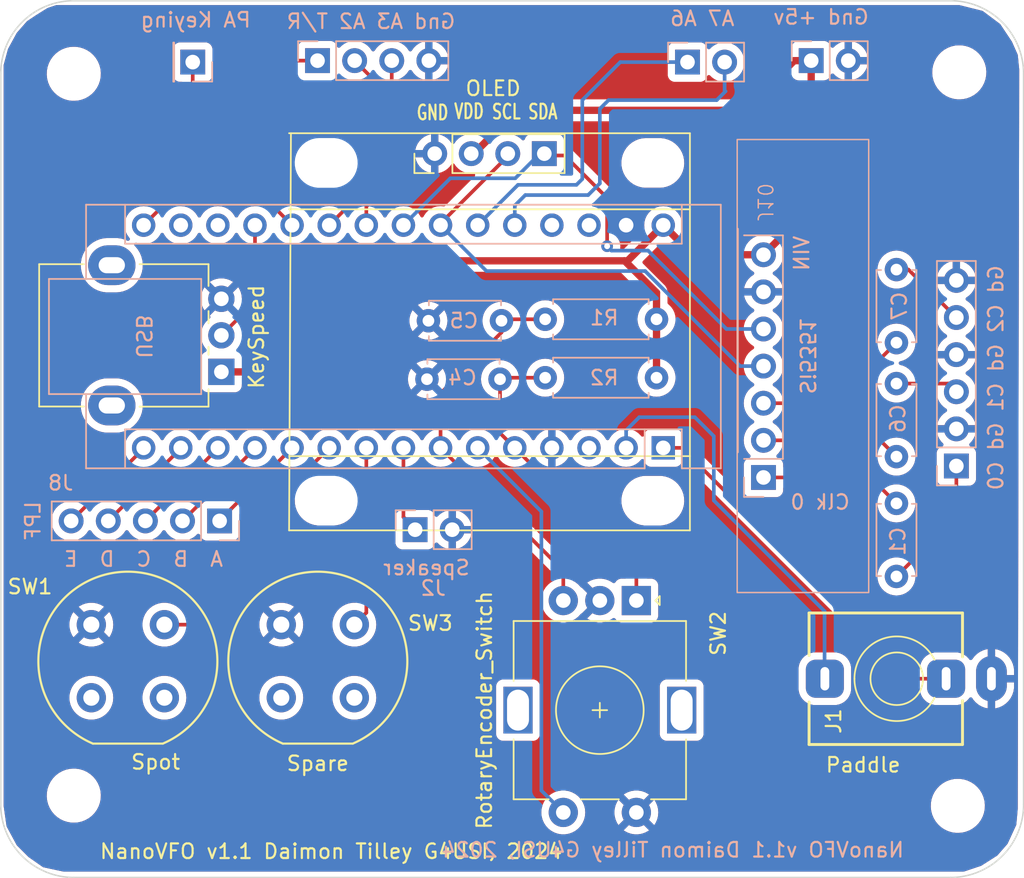
<source format=kicad_pcb>
(kicad_pcb (version 20221018) (generator pcbnew)
  (layers (0 "F.Cu" signal) (31 "B.Cu" signal) (34 "B.Paste" user) (35 "F.Paste" user) (36 "B.SilkS" user "B.Silkscreen") (37 "F.SilkS" user "F.Silkscreen") (38 "B.Mask" user) (39 "F.Mask" user) (44 "Edge.Cuts" user))
  (net 0 "")
  (net 1 "Net-(A1-D1{slash}TX)")
  (net 2 "Net-(A1-D0{slash}RX)")
  (net 4 "GND")
  (net 5 "Net-(A1-D2)")
  (net 6 "Net-(A1-D3)")
  (net 7 "Net-(A1-D4)")
  (net 8 "/Spkr")
  (net 9 "/Spot")
  (net 10 "/Band A")
  (net 11 "/Band B")
  (net 12 "/Band C")
  (net 13 "/Band D")
  (net 14 "/Band E")
  (net 15 "/PA")
  (net 18 "/Key Speed")
  (net 19 "/TXRX Relay")
  (net 20 "Net-(A1-A2)")
  (net 21 "Net-(A1-A3)")
  (net 22 "/SDA")
  (net 23 "/SCL")
  (net 24 "Net-(A1-A6)")
  (net 25 "Net-(A1-A7)")
  (net 28 "VCC")
  (net 29 "Net-(J5-Pin_1)")
  (net 30 "/Clk0")
  (net 31 "/Clk1")
  (net 32 "/Clk2")
  (net 33 "Net-(A1-D6)")
  (net 34 "Net-(J5-Pin_3)")
  (net 35 "Net-(J5-Pin_5)")
  (footprint "Rotary_Encoder:RotaryEncoder_Alps_EC11E-Switch_Vertical_H20mm" (layer "F.Cu") (at 64.5 69.75 -90)
    (fp_text reference "SW2" (at 2.25 -5.6 90) (layer "F.SilkS"))
    (fp_text value "RotaryEncoder_Switch" (at 7.5 10.4 90) (layer "F.SilkS"))
    (fp_line (start -0.3 -1.6) (end 0.3 -1.6) (stroke (width 0.12)) (layer "F.SilkS"))
    (fp_line (start 0 -1.3) (end -0.3 -1.6) (stroke (width 0.12)) (layer "F.SilkS"))
    (fp_line (start 0.3 -1.6) (end 0 -1.3) (stroke (width 0.12)) (layer "F.SilkS"))
    (fp_line (start 1.4 -3.4) (end 1.4 8.4) (stroke (width 0.12)) (layer "F.SilkS"))
    (fp_line (start 5.5 -3.4) (end 1.4 -3.4) (stroke (width 0.12)) (layer "F.SilkS"))
    (fp_line (start 5.5 8.4) (end 1.4 8.4) (stroke (width 0.12)) (layer "F.SilkS"))
    (fp_line (start 7 2.5) (end 8 2.5) (stroke (width 0.12)) (layer "F.SilkS"))
    (fp_line (start 7.5 2) (end 7.5 3) (stroke (width 0.12)) (layer "F.SilkS"))
    (fp_line (start 9.5 -3.4) (end 13.6 -3.4) (stroke (width 0.12)) (layer "F.SilkS"))
    (fp_line (start 13.6 -3.4) (end 13.6 -1) (stroke (width 0.12)) (layer "F.SilkS"))
    (fp_line (start 13.6 1.2) (end 13.6 3.8) (stroke (width 0.12)) (layer "F.SilkS"))
    (fp_line (start 13.6 6) (end 13.6 8.4) (stroke (width 0.12)) (layer "F.SilkS"))
    (fp_line (start 13.6 8.4) (end 9.5 8.4) (stroke (width 0.12)) (layer "F.SilkS"))
    (fp_circle (center 7.5 2.5) (end 10.5 2.5) (stroke (width 0.12)) (fill none) (layer "F.SilkS"))
    (pad "A" thru_hole rect (at 0 0 270) (size 2 2) (drill 1) (layers "*.Cu" "*.Mask") (net 5 "Net-(A1-D2)"))
    (pad "B" thru_hole circle (at 0 5 270) (size 2 2) (drill 1) (layers "*.Cu" "*.Mask") (net 7 "Net-(A1-D4)"))
    (pad "C" thru_hole circle (at 0 2.5 270) (size 2 2) (drill 1) (layers "*.Cu" "*.Mask") (net 4 "GND"))
    (pad "MP" thru_hole rect (at 7.5 -3.1 270) (size 3.2 2) (drill oval 2.8 1.5) (layers "*.Cu" "*.Mask"))
    (pad "MP" thru_hole rect (at 7.5 8.1 270) (size 3.2 2) (drill oval 2.8 1.5) (layers "*.Cu" "*.Mask"))
    (pad "S1" thru_hole circle (at 14.5 5 270) (size 2 2) (drill 1) (layers "*.Cu" "*.Mask") (net 6 "Net-(A1-D3)"))
    (pad "S2" thru_hole circle (at 14.5 0 270) (size 2 2) (drill 1) (layers "*.Cu" "*.Mask") (net 4 "GND"))
  )
  (footprint "MountingHole:MountingHole_3.2mm_M3" (layer "F.Cu") (at 26 33.7)
    (fp_text reference "REF**" hide)
    (fp_text value "MountingHole_3.2mm_M3" hide)
    (pad "" np_thru_hole circle (at 0 0) (size 3.2 3.2) (drill 3.2) (layers "*.Cu" "*.Mask"))
  )
  (footprint "MountingHole:MountingHole_3.2mm_M3" (layer "F.Cu") (at 86.6 33.6)
    (fp_text reference "REF**" hide)
    (fp_text value "MountingHole_3.2mm_M3" hide)
    (pad "" np_thru_hole circle (at 0 0) (size 3.2 3.2) (drill 3.2) (layers "*.Cu" "*.Mask"))
  )
  (footprint "MountingHole:MountingHole_3.2mm_M3" (layer "F.Cu") (at 86.5 83.8)
    (fp_text reference "REF**" hide)
    (fp_text value "MountingHole_3.2mm_M3" hide)
    (pad "" np_thru_hole circle (at 0 0) (size 3.2 3.2) (drill 3.2) (layers "*.Cu" "*.Mask"))
  )
  (footprint "Button_Switch_THT:Push_E-Switch_KS01Q01" (layer "F.Cu") (at 27.2 71.4)
    (fp_text reference "SW1" (at -4.2 -2.6) (layer "F.SilkS"))
    (fp_text value "Spot" (at 4.4 9.4) (layer "F.SilkS"))
    (fp_line (start 4.89 8.14) (end 0.11 8.14) (stroke (width 0.15)) (layer "F.SilkS"))
    (fp_arc (start 0.11 8.14) (mid 2.496283 -3.625495) (end 4.896843 8.137095) (stroke (width 0.15)) (layer "F.SilkS"))
    (pad "1" thru_hole circle (at 0 0) (size 2 2) (drill 1.1) (layers "*.Cu" "*.Mask") (net 4 "GND"))
    (pad "2" thru_hole circle (at 5 0) (size 2 2) (drill 1.1) (layers "*.Cu" "*.Mask") (net 9 "/Spot"))
    (pad "3" thru_hole circle (at 0 5) (size 2 2) (drill 1.1) (layers "*.Cu" "*.Mask"))
    (pad "4" thru_hole circle (at 5 5) (size 2 2) (drill 1.1) (layers "*.Cu" "*.Mask"))
  )
  (footprint "AudioJacks:Jack_3.5mm_QingPu_WQP-PJ366ST_Vertical" (layer "F.Cu") (at 82.32 75.1 90)
    (fp_text reference "J1" (at -2.9 -4.32 90) (layer "F.SilkS"))
    (fp_text value "Paddle" (at -5.9 -2.3 180) (layer "F.SilkS"))
    (fp_line (start -4.5 -6) (end -1.6 -6) (stroke (width 0.2)) (layer "F.SilkS"))
    (fp_line (start -4.5 4.5) (end -4.5 -6) (stroke (width 0.2)) (layer "F.SilkS"))
    (fp_line (start -4.5 4.5) (end -1.5 4.5) (stroke (width 0.2)) (layer "F.SilkS"))
    (fp_line (start 1.5 4.5) (end 4.5 4.5) (stroke (width 0.2)) (layer "F.SilkS"))
    (fp_line (start 1.6 -6) (end 4.5 -6) (stroke (width 0.2)) (layer "F.SilkS"))
    (fp_line (start 4.5 4.5) (end 4.5 -6) (stroke (width 0.2)) (layer "F.SilkS"))
    (fp_arc (start -1.296263 2.588577) (mid -2.817353 -0.665994) (end 0 -2.895) (stroke (width 0.12)) (layer "F.SilkS"))
    (fp_arc (start 0 -2.895) (mid 2.817353 -0.665994) (end 1.296263 2.588577) (stroke (width 0.12)) (layer "F.SilkS"))
    (fp_circle (center 0 0) (end -1.8 0) (stroke (width 0.12)) (fill none) (layer "F.SilkS"))
    (pad "R" thru_hole roundrect (at 0 3.38 90) (size 2.6 2.6) (drill oval 1.6 0.6) (layers "*.Cu" "*.Mask") (net 1 "Net-(A1-D1{slash}TX)"))
    (pad "S" thru_hole oval (at 0 6.48 90) (size 3.1 2.1) (drill oval 1.6 0.6) (layers "*.Cu" "*.Mask") (net 4 "GND"))
    (pad "T" thru_hole roundrect (at 0 -4.92 90) (size 2.6 2.6) (drill oval 1.6 0.6) (layers "*.Cu" "*.Mask") (net 2 "Net-(A1-D0{slash}RX)"))
  )
  (footprint "Potentiometer_THT:Potentiometer_Alpha_RD901F-40-00D_Single_Vertical" (layer "F.Cu") (at 36.1 54.1 180)
    (fp_text reference "RV1" hide)
    (fp_text value "KeySpeed" (at -2.4 2.4 90) (layer "F.SilkS"))
    (fp_line (start 0.88 -2.38) (end 5.6 -2.38) (stroke (width 0.12)) (layer "F.SilkS"))
    (fp_line (start 0.88 -1.19) (end 0.88 -2.37) (stroke (width 0.12)) (layer "F.SilkS"))
    (fp_line (start 0.88 1.71) (end 0.88 1.18) (stroke (width 0.12)) (layer "F.SilkS"))
    (fp_line (start 0.88 4.16) (end 0.88 3.33) (stroke (width 0.12)) (layer "F.SilkS"))
    (fp_line (start 0.88 7.37) (end 0.88 5.88) (stroke (width 0.12)) (layer "F.SilkS"))
    (fp_line (start 0.88 7.37) (end 5.6 7.37) (stroke (width 0.12)) (layer "F.SilkS"))
    (fp_line (start 9.41 -2.37) (end 12.47 -2.37) (stroke (width 0.12)) (layer "F.SilkS"))
    (fp_line (start 9.41 7.37) (end 12.47 7.37) (stroke (width 0.12)) (layer "F.SilkS"))
    (fp_line (start 12.47 7.37) (end 12.47 -2.37) (stroke (width 0.12)) (layer "F.SilkS"))
    (pad "" thru_hole oval (at 7.5 -2.3 270) (size 2.72 3.24) (drill oval 1.1 1.8) (layers "*.Cu" "*.Mask"))
    (pad "" thru_hole oval (at 7.5 7.3 270) (size 2.72 3.24) (drill oval 1.1 1.8) (layers "*.Cu" "*.Mask"))
    (pad "1" thru_hole rect (at 0 0 270) (size 1.8 1.8) (drill 1) (layers "*.Cu" "*.Mask") (net 28 "VCC"))
    (pad "2" thru_hole circle (at 0 2.5 270) (size 1.8 1.8) (drill 1) (layers "*.Cu" "*.Mask") (net 18 "/Key Speed"))
    (pad "3" thru_hole circle (at 0 5 270) (size 1.8 1.8) (drill 1) (layers "*.Cu" "*.Mask") (net 4 "GND"))
  )
  (footprint "TG9541:Display_128x64_096_I2C" (layer "F.Cu") (at 54.45 39.165)
    (fp_text reference "J3" hide)
    (fp_text value "OLED" (at 0.25 -4.465) (layer "F.SilkS"))
    (fp_text user "SCL" (at 1.15 -2.865) (layer "F.SilkS") (effects (font (size 1 0.7))))
    (fp_text user "SDA" (at 3.65 -2.865) (layer "F.SilkS") (effects (font (size 1 0.7))))
    (fp_text user "VDD" (at -1.4 -2.892) (layer "F.SilkS") (effects (font (size 1 0.7))))
    (fp_text user "GND" (at -3.9 -2.807) (layer "F.SilkS") (effects (font (size 1 0.7))))
    (fp_line (start -13.716 -1.397) (end 13.716 -1.397) (stroke (width 0.12)) (layer "F.SilkS"))
    (fp_line (start -13.716 3.81) (end 13.716 3.81) (stroke (width 0.12)) (layer "F.SilkS"))
    (fp_line (start -13.716 20.701) (end 13.716 20.701) (stroke (width 0.12)) (layer "F.SilkS"))
    (fp_line (start -13.716 25.781) (end -13.589 -1.397) (stroke (width 0.12)) (layer "F.SilkS"))
    (fp_line (start -5.14 1.33) (end -5.14 0) (stroke (width 0.12)) (layer "F.SilkS"))
    (fp_line (start -3.81 1.33) (end -5.14 1.33) (stroke (width 0.12)) (layer "F.SilkS"))
    (fp_line (start -2.54 -1.33) (end 5.14 -1.33) (stroke (width 0.12)) (layer "F.SilkS"))
    (fp_line (start -2.54 1.33) (end -2.54 -1.33) (stroke (width 0.12)) (layer "F.SilkS"))
    (fp_line (start -2.54 1.33) (end 5.14 1.33) (stroke (width 0.12)) (layer "F.SilkS"))
    (fp_line (start 5.14 1.33) (end 5.14 -1.33) (stroke (width 0.12)) (layer "F.SilkS"))
    (fp_line (start 13.716 25.781) (end -13.716 25.781) (stroke (width 0.12)) (layer "F.SilkS"))
    (fp_line (start 13.716 25.781) (end 13.716 -1.397) (stroke (width 0.12)) (layer "F.SilkS"))
    (pad "" np_thru_hole oval (at -11.176 0.635) (size 3.8 2.9) (drill oval 3.8 2.9) (layers "*.Cu" "*.Mask"))
    (pad "" np_thru_hole oval (at -11.176 23.749) (size 3.8 2.9) (drill oval 3.8 2.9) (layers "*.Cu" "*.Mask"))
    (pad "" np_thru_hole oval (at 11.176 0.635) (size 3.8 2.9) (drill oval 3.8 2.9) (layers "*.Cu" "*.Mask"))
    (pad "" np_thru_hole oval (at 11.176 23.749) (size 3.8 2.9) (drill oval 3.8 2.9) (layers "*.Cu" "*.Mask"))
    (pad "1" thru_hole rect (at 3.75 0 90) (size 1.7 1.7) (drill 1) (layers "*.Cu" "*.Mask") (net 22 "/SDA"))
    (pad "2" thru_hole oval (at 1.25 0 90) (size 1.7 1.7) (drill 1) (layers "*.Cu" "*.Mask") (net 23 "/SCL"))
    (pad "3" thru_hole oval (at -1.25 0 90) (size 1.7 1.7) (drill 1) (layers "*.Cu" "*.Mask") (net 28 "VCC"))
    (pad "4" thru_hole oval (at -3.75 0 90) (size 1.7 1.7) (drill 1) (layers "*.Cu" "*.Mask") (net 4 "GND"))
  )
  (footprint "MountingHole:MountingHole_3.2mm_M3" (layer "F.Cu") (at 26 83.1)
    (fp_text reference "REF**" hide)
    (fp_text value "MountingHole_3.2mm_M3" hide)
    (pad "" np_thru_hole circle (at 0 0) (size 3.2 3.2) (drill 3.2) (layers "*.Cu" "*.Mask"))
  )
  (footprint "Button_Switch_THT:Push_E-Switch_KS01Q01" (layer "F.Cu") (at 40.2 71.4)
    (fp_text reference "SW3" (at 10.2 -0.1) (layer "F.SilkS"))
    (fp_text value "Spare" (at 2.5 9.5) (layer "F.SilkS"))
    (fp_line (start 4.89 8.14) (end 0.11 8.14) (stroke (width 0.15)) (layer "F.SilkS"))
    (fp_arc (start 0.11 8.14) (mid 2.496283 -3.625495) (end 4.896843 8.137095) (stroke (width 0.15)) (layer "F.SilkS"))
    (pad "1" thru_hole circle (at 0 0) (size 2 2) (drill 1.1) (layers "*.Cu" "*.Mask") (net 4 "GND"))
    (pad "2" thru_hole circle (at 5 0) (size 2 2) (drill 1.1) (layers "*.Cu" "*.Mask") (net 33 "Net-(A1-D6)"))
    (pad "3" thru_hole circle (at 0 5) (size 2 2) (drill 1.1) (layers "*.Cu" "*.Mask"))
    (pad "4" thru_hole circle (at 5 5) (size 2 2) (drill 1.1) (layers "*.Cu" "*.Mask"))
  )
  (footprint "Connector_PinHeader_2.54mm:PinHeader_1x02_P2.54mm_Vertical" (layer "B.Cu") (at 49.36 64.9 -90)
    (fp_text reference "J2" (at 4 -1.24 -180) (layer "B.SilkS") (effects (justify mirror)))
    (fp_text value "Speaker" (at 2.6 -0.775 180) (layer "B.SilkS") (effects (justify mirror)))
    (fp_line (start -1.33 -3.87) (end 1.33 -3.87) (stroke (width 0.12)) (layer "B.SilkS"))
    (fp_line (start -1.33 -1.27) (end -1.33 -3.87) (stroke (width 0.12)) (layer "B.SilkS"))
    (fp_line (start -1.33 -1.27) (end 1.33 -1.27) (stroke (width 0.12)) (layer "B.SilkS"))
    (fp_line (start -1.33 0) (end -1.33 1.33) (stroke (width 0.12)) (layer "B.SilkS"))
    (fp_line (start -1.33 1.33) (end 0 1.33) (stroke (width 0.12)) (layer "B.SilkS"))
    (fp_line (start 1.33 -1.27) (end 1.33 -3.87) (stroke (width 0.12)) (layer "B.SilkS"))
    (pad "1" thru_hole rect (at 0 0 270) (size 1.7 1.7) (drill 1) (layers "*.Cu" "*.Mask") (net 8 "/Spkr"))
    (pad "2" thru_hole oval (at 0 -2.54 270) (size 1.7 1.7) (drill 1) (layers "*.Cu" "*.Mask") (net 4 "GND"))
  )
  (footprint "Capacitor_THT:C_Disc_D4.7mm_W2.5mm_P5.00mm" (layer "B.Cu") (at 82.3 52.1 90)
    (fp_text reference "C7" (at 2.5 0.2 90) (layer "B.SilkS") (effects (justify mirror)))
    (fp_text value "0.1uF" hide)
    (fp_line (start 0.03 -1.37) (end 4.97 -1.37) (stroke (width 0.12)) (layer "B.SilkS"))
    (fp_line (start 0.03 -1.055) (end 0.03 -1.37) (stroke (width 0.12)) (layer "B.SilkS"))
    (fp_line (start 0.03 1.37) (end 0.03 1.055) (stroke (width 0.12)) (layer "B.SilkS"))
    (fp_line (start 0.03 1.37) (end 4.97 1.37) (stroke (width 0.12)) (layer "B.SilkS"))
    (fp_line (start 4.97 -1.055) (end 4.97 -1.37) (stroke (width 0.12)) (layer "B.SilkS"))
    (fp_line (start 4.97 1.37) (end 4.97 1.055) (stroke (width 0.12)) (layer "B.SilkS"))
    (pad "1" thru_hole circle (at 0 0 90) (size 1.6 1.6) (drill 0.8) (layers "*.Cu" "*.Mask") (net 32 "/Clk2"))
    (pad "2" thru_hole circle (at 5 0 90) (size 1.6 1.6) (drill 0.8) (layers "*.Cu" "*.Mask") (net 35 "Net-(J5-Pin_5)"))
  )
  (footprint "Connector_PinHeader_2.54mm:PinHeader_1x02_P2.54mm_Vertical" (layer "B.Cu") (at 76.465 32.8 -90)
    (fp_text reference "J12" hide)
    (fp_text value "Pwr" hide)
    (fp_line (start -1.33 -3.87) (end 1.33 -3.87) (stroke (width 0.12)) (layer "B.SilkS"))
    (fp_line (start -1.33 -1.27) (end -1.33 -3.87) (stroke (width 0.12)) (layer "B.SilkS"))
    (fp_line (start -1.33 -1.27) (end 1.33 -1.27) (stroke (width 0.12)) (layer "B.SilkS"))
    (fp_line (start -1.33 0) (end -1.33 1.33) (stroke (width 0.12)) (layer "B.SilkS"))
    (fp_line (start -1.33 1.33) (end 0 1.33) (stroke (width 0.12)) (layer "B.SilkS"))
    (fp_line (start 1.33 -1.27) (end 1.33 -3.87) (stroke (width 0.12)) (layer "B.SilkS"))
    (pad "1" thru_hole rect (at 0 0 270) (size 1.7 1.7) (drill 1) (layers "*.Cu" "*.Mask") (net 28 "VCC"))
    (pad "2" thru_hole oval (at 0 -2.54 270) (size 1.7 1.7) (drill 1) (layers "*.Cu" "*.Mask") (net 4 "GND"))
  )
  (footprint "Capacitor_THT:C_Disc_D4.7mm_W2.5mm_P5.00mm" (layer "B.Cu") (at 82.3 59.9 90)
    (fp_text reference "C6" (at 2.6 0.1 90) (layer "B.SilkS") (effects (justify mirror)))
    (fp_text value "0.1uF" hide)
    (fp_line (start 0.03 -1.37) (end 4.97 -1.37) (stroke (width 0.12)) (layer "B.SilkS"))
    (fp_line (start 0.03 -1.055) (end 0.03 -1.37) (stroke (width 0.12)) (layer "B.SilkS"))
    (fp_line (start 0.03 1.37) (end 0.03 1.055) (stroke (width 0.12)) (layer "B.SilkS"))
    (fp_line (start 0.03 1.37) (end 4.97 1.37) (stroke (width 0.12)) (layer "B.SilkS"))
    (fp_line (start 4.97 -1.055) (end 4.97 -1.37) (stroke (width 0.12)) (layer "B.SilkS"))
    (fp_line (start 4.97 1.37) (end 4.97 1.055) (stroke (width 0.12)) (layer "B.SilkS"))
    (pad "1" thru_hole circle (at 0 0 90) (size 1.6 1.6) (drill 0.8) (layers "*.Cu" "*.Mask") (net 31 "/Clk1"))
    (pad "2" thru_hole circle (at 5 0 90) (size 1.6 1.6) (drill 0.8) (layers "*.Cu" "*.Mask") (net 34 "Net-(J5-Pin_3)"))
  )
  (footprint "Connector_PinHeader_2.54mm:PinHeader_1x04_P2.54mm_Vertical" (layer "B.Cu") (at 42.68 32.8 -90)
    (fp_text reference "J6" hide)
    (fp_text value "TXRX & A2/3" hide)
    (fp_line (start -1.33 -8.95) (end 1.33 -8.95) (stroke (width 0.12)) (layer "B.SilkS"))
    (fp_line (start -1.33 -1.27) (end -1.33 -8.95) (stroke (width 0.12)) (layer "B.SilkS"))
    (fp_line (start -1.33 -1.27) (end 1.33 -1.27) (stroke (width 0.12)) (layer "B.SilkS"))
    (fp_line (start -1.33 0) (end -1.33 1.33) (stroke (width 0.12)) (layer "B.SilkS"))
    (fp_line (start -1.33 1.33) (end 0 1.33) (stroke (width 0.12)) (layer "B.SilkS"))
    (fp_line (start 1.33 -1.27) (end 1.33 -8.95) (stroke (width 0.12)) (layer "B.SilkS"))
    (pad "1" thru_hole rect (at 0 0 270) (size 1.7 1.7) (drill 1) (layers "*.Cu" "*.Mask") (net 19 "/TXRX Relay"))
    (pad "2" thru_hole oval (at 0 -2.54 270) (size 1.7 1.7) (drill 1) (layers "*.Cu" "*.Mask") (net 20 "Net-(A1-A2)"))
    (pad "3" thru_hole oval (at 0 -5.08 270) (size 1.7 1.7) (drill 1) (layers "*.Cu" "*.Mask") (net 21 "Net-(A1-A3)"))
    (pad "4" thru_hole oval (at 0 -7.62 270) (size 1.7 1.7) (drill 1) (layers "*.Cu" "*.Mask") (net 4 "GND"))
  )
  (footprint "Connector_PinHeader_2.54mm:PinHeader_1x05_P2.54mm_Vertical" (layer "B.Cu") (at 35.98 64.3 90)
    (fp_text reference "J8" (at 2.6 -10.88 180) (layer "B.SilkS") (effects (justify mirror)))
    (fp_text value "LPF" (at 0 -12.775 90) (layer "B.SilkS") (effects (justify mirror)))
    (fp_line (start -1.33 -11.49) (end 1.33 -11.49) (stroke (width 0.12)) (layer "B.SilkS"))
    (fp_line (start -1.33 -1.27) (end -1.33 -11.49) (stroke (width 0.12)) (layer "B.SilkS"))
    (fp_line (start -1.33 -1.27) (end 1.33 -1.27) (stroke (width 0.12)) (layer "B.SilkS"))
    (fp_line (start -1.33 0) (end -1.33 1.33) (stroke (width 0.12)) (layer "B.SilkS"))
    (fp_line (start -1.33 1.33) (end 0 1.33) (stroke (width 0.12)) (layer "B.SilkS"))
    (fp_line (start 1.33 -1.27) (end 1.33 -11.49) (stroke (width 0.12)) (layer "B.SilkS"))
    (pad "1" thru_hole rect (at 0 0 90) (size 1.7 1.7) (drill 1) (layers "*.Cu" "*.Mask") (net 10 "/Band A"))
    (pad "2" thru_hole oval (at 0 -2.54 90) (size 1.7 1.7) (drill 1) (layers "*.Cu" "*.Mask") (net 11 "/Band B"))
    (pad "3" thru_hole oval (at 0 -5.08 90) (size 1.7 1.7) (drill 1) (layers "*.Cu" "*.Mask") (net 12 "/Band C"))
    (pad "4" thru_hole oval (at 0 -7.62 90) (size 1.7 1.7) (drill 1) (layers "*.Cu" "*.Mask") (net 13 "/Band D"))
    (pad "5" thru_hole oval (at 0 -10.16 90) (size 1.7 1.7) (drill 1) (layers "*.Cu" "*.Mask") (net 14 "/Band E"))
  )
  (footprint "Connector_PinHeader_2.54mm:PinHeader_1x01_P2.54mm_Vertical" (layer "B.Cu") (at 34.14 32.9 90)
    (fp_text reference "J4" hide)
    (fp_text value "PA Keying" hide)
    (fp_line (start -1.33 -1.33) (end 1.33 -1.33) (stroke (width 0.12)) (layer "B.SilkS"))
    (fp_line (start -1.33 -1.27) (end -1.33 -1.33) (stroke (width 0.12)) (layer "B.SilkS"))
    (fp_line (start -1.33 -1.27) (end 1.33 -1.27) (stroke (width 0.12)) (layer "B.SilkS"))
    (fp_line (start -1.33 0) (end -1.33 1.33) (stroke (width 0.12)) (layer "B.SilkS"))
    (fp_line (start -1.33 1.33) (end 0 1.33) (stroke (width 0.12)) (layer "B.SilkS"))
    (fp_line (start 1.33 -1.27) (end 1.33 -1.33) (stroke (width 0.12)) (layer "B.SilkS"))
    (pad "1" thru_hole rect (at 0 0 90) (size 1.7 1.7) (drill 1) (layers "*.Cu" "*.Mask") (net 15 "/PA"))
  )
  (footprint "Module:Arduino_Nano" (layer "B.Cu") (at 66.34 59.3 90)
    (fp_text reference "A1" hide)
    (fp_text value "Arduino_Nano_v3.x")
    (fp_text user "USB" (at 7.62 -35.56 270 unlocked) (layer "B.SilkS") (effects (justify mirror)))
    (fp_line (start -1.4 -39.5) (end 3.68 -39.5) (stroke (width 0.12)) (layer "B.SilkS"))
    (fp_line (start -1.4 -1.27) (end -1.4 -39.5) (stroke (width 0.12)) (layer "B.SilkS"))
    (fp_line (start -1.4 3.94) (end -1.4 1.27) (stroke (width 0.12)) (layer "B.SilkS"))
    (fp_line (start 1.27 -36.83) (end -1.4 -36.83) (stroke (width 0.12)) (layer "B.SilkS"))
    (fp_line (start 1.27 -1.27) (end -1.4 -1.27) (stroke (width 0.12)) (layer "B.SilkS"))
    (fp_line (start 1.27 -1.27) (end 1.27 -36.83) (stroke (width 0.12)) (layer "B.SilkS"))
    (fp_line (start 1.27 -1.27) (end 1.27 1.27) (stroke (width 0.12)) (layer "B.SilkS"))
    (fp_line (start 1.27 1.27) (end -1.4 1.27) (stroke (width 0.12)) (layer "B.SilkS"))
    (fp_line (start 3.68 -42.04) (end 3.68 -31.62) (stroke (width 0.12)) (layer "B.SilkS"))
    (fp_line (start 3.68 -31.62) (end 11.56 -31.62) (stroke (width 0.12)) (layer "B.SilkS"))
    (fp_line (start 11.56 -42.04) (end 3.68 -42.04) (stroke (width 0.12)) (layer "B.SilkS"))
    (fp_line (start 11.56 -31.62) (end 11.56 -42.04) (stroke (width 0.12)) (layer "B.SilkS"))
    (fp_line (start 13.97 -36.83) (end 16.64 -36.83) (stroke (width 0.12)) (layer "B.SilkS"))
    (fp_line (start 13.97 1.27) (end 13.97 -36.83) (stroke (width 0.12)) (layer "B.SilkS"))
    (fp_line (start 13.97 1.27) (end 16.64 1.27) (stroke (width 0.12)) (layer "B.SilkS"))
    (fp_line (start 16.64 -39.5) (end 11.56 -39.5) (stroke (width 0.12)) (layer "B.SilkS"))
    (fp_line (start 16.64 -39.5) (end 16.64 3.94) (stroke (width 0.12)) (layer "B.SilkS"))
    (fp_line (start 16.64 3.94) (end -1.4 3.94) (stroke (width 0.12)) (layer "B.SilkS"))
    (pad "1" thru_hole rect (at 0 0 90) (size 1.6 1.6) (drill 1) (layers "*.Cu" "*.Mask") (net 1 "Net-(A1-D1{slash}TX)"))
    (pad "2" thru_hole oval (at 0 -2.54 90) (size 1.6 1.6) (drill 1) (layers "*.Cu" "*.Mask") (net 2 "Net-(A1-D0{slash}RX)"))
    (pad "3" thru_hole oval (at 0 -5.08 90) (size 1.6 1.6) (drill 1) (layers "*.Cu" "*.Mask"))
    (pad "4" thru_hole oval (at 0 -7.62 90) (size 1.6 1.6) (drill 1) (layers "*.Cu" "*.Mask") (net 4 "GND"))
    (pad "5" thru_hole oval (at 0 -10.16 90) (size 1.6 1.6) (drill 1) (layers "*.Cu" "*.Mask") (net 5 "Net-(A1-D2)"))
    (pad "6" thru_hole oval (at 0 -12.7 90) (size 1.6 1.6) (drill 1) (layers "*.Cu" "*.Mask") (net 6 "Net-(A1-D3)"))
    (pad "7" thru_hole oval (at 0 -15.24 90) (size 1.6 1.6) (drill 1) (layers "*.Cu" "*.Mask") (net 7 "Net-(A1-D4)"))
    (pad "8" thru_hole oval (at 0 -17.78 90) (size 1.6 1.6) (drill 1) (layers "*.Cu" "*.Mask") (net 8 "/Spkr"))
    (pad "9" thru_hole oval (at 0 -20.32 90) (size 1.6 1.6) (drill 1) (layers "*.Cu" "*.Mask") (net 33 "Net-(A1-D6)"))
    (pad "10" thru_hole oval (at 0 -22.86 90) (size 1.6 1.6) (drill 1) (layers "*.Cu" "*.Mask") (net 9 "/Spot"))
    (pad "11" thru_hole oval (at 0 -25.4 90) (size 1.6 1.6) (drill 1) (layers "*.Cu" "*.Mask") (net 10 "/Band A"))
    (pad "12" thru_hole oval (at 0 -27.94 90) (size 1.6 1.6) (drill 1) (layers "*.Cu" "*.Mask") (net 11 "/Band B"))
    (pad "13" thru_hole oval (at 0 -30.48 90) (size 1.6 1.6) (drill 1) (layers "*.Cu" "*.Mask") (net 12 "/Band C"))
    (pad "14" thru_hole oval (at 0 -33.02 90) (size 1.6 1.6) (drill 1) (layers "*.Cu" "*.Mask") (net 13 "/Band D"))
    (pad "15" thru_hole oval (at 0 -35.56 90) (size 1.6 1.6) (drill 1) (layers "*.Cu" "*.Mask") (net 14 "/Band E"))
    (pad "16" thru_hole oval (at 15.24 -35.56 90) (size 1.6 1.6) (drill 1) (layers "*.Cu" "*.Mask") (net 15 "/PA"))
    (pad "17" thru_hole oval (at 15.24 -33.02 90) (size 1.6 1.6) (drill 1) (layers "*.Cu" "*.Mask"))
    (pad "18" thru_hole oval (at 15.24 -30.48 90) (size 1.6 1.6) (drill 1) (layers "*.Cu" "*.Mask"))
    (pad "19" thru_hole oval (at 15.24 -27.94 90) (size 1.6 1.6) (drill 1) (layers "*.Cu" "*.Mask") (net 18 "/Key Speed"))
    (pad "20" thru_hole oval (at 15.24 -25.4 90) (size 1.6 1.6) (drill 1) (layers "*.Cu" "*.Mask") (net 19 "/TXRX Relay"))
    (pad "21" thru_hole oval (at 15.24 -22.86 90) (size 1.6 1.6) (drill 1) (layers "*.Cu" "*.Mask") (net 20 "Net-(A1-A2)"))
    (pad "22" thru_hole oval (at 15.24 -20.32 90) (size 1.6 1.6) (drill 1) (layers "*.Cu" "*.Mask") (net 21 "Net-(A1-A3)"))
    (pad "23" thru_hole oval (at 15.24 -17.78 90) (size 1.6 1.6) (drill 1) (layers "*.Cu" "*.Mask") (net 22 "/SDA"))
    (pad "24" thru_hole oval (at 15.24 -15.24 90) (size 1.6 1.6) (drill 1) (layers "*.Cu" "*.Mask") (net 23 "/SCL"))
    (pad "25" thru_hole oval (at 15.24 -12.7 90) (size 1.6 1.6) (drill 1) (layers "*.Cu" "*.Mask") (net 24 "Net-(A1-A6)"))
    (pad "26" thru_hole oval (at 15.24 -10.16 90) (size 1.6 1.6) (drill 1) (layers "*.Cu" "*.Mask") (net 25 "Net-(A1-A7)"))
    (pad "27" thru_hole oval (at 15.24 -7.62 90) (size 1.6 1.6) (drill 1) (layers "*.Cu" "*.Mask"))
    (pad "28" thru_hole oval (at 15.24 -5.08 90) (size 1.6 1.6) (drill 1) (layers "*.Cu" "*.Mask"))
    (pad "29" thru_hole oval (at 15.24 -2.54 90) (size 1.6 1.6) (drill 1) (layers "*.Cu" "*.Mask") (net 4 "GND"))
    (pad "30" thru_hole oval (at 15.24 0 90) (size 1.6 1.6) (drill 1) (layers "*.Cu" "*.Mask") (net 28 "VCC"))
  )
  (footprint "Capacitor_THT:C_Disc_D4.7mm_W2.5mm_P5.00mm" (layer "B.Cu") (at 55.17 54.6 180)
    (fp_text reference "C4" (at 2.57 0.1) (layer "B.SilkS") (effects (justify mirror)))
    (fp_text value "0.68uF")
    (fp_line (start 0.03 -1.37) (end 4.97 -1.37) (stroke (width 0.12)) (layer "B.SilkS"))
    (fp_line (start 0.03 -1.055) (end 0.03 -1.37) (stroke (width 0.12)) (layer "B.SilkS"))
    (fp_line (start 0.03 1.37) (end 0.03 1.055) (stroke (width 0.12)) (layer "B.SilkS"))
    (fp_line (start 0.03 1.37) (end 4.97 1.37) (stroke (width 0.12)) (layer "B.SilkS"))
    (fp_line (start 4.97 -1.055) (end 4.97 -1.37) (stroke (width 0.12)) (layer "B.SilkS"))
    (fp_line (start 4.97 1.37) (end 4.97 1.055) (stroke (width 0.12)) (layer "B.SilkS"))
    (pad "1" thru_hole circle (at 0 0 180) (size 1.6 1.6) (drill 0.8) (layers "*.Cu" "*.Mask") (net 5 "Net-(A1-D2)"))
    (pad "2" thru_hole circle (at 5 0 180) (size 1.6 1.6) (drill 0.8) (layers "*.Cu" "*.Mask") (net 4 "GND"))
  )
  (footprint "Resistor_THT:R_Axial_DIN0207_L6.3mm_D2.5mm_P7.62mm_Horizontal" (layer "B.Cu") (at 65.88 50.5 180)
    (fp_text reference "R1" (at 3.58 0.1) (layer "B.SilkS") (effects (justify mirror)))
    (fp_text value "R")
    (fp_line (start 0.54 -1.37) (end 7.08 -1.37) (stroke (width 0.12)) (layer "B.SilkS"))
    (fp_line (start 0.54 -1.04) (end 0.54 -1.37) (stroke (width 0.12)) (layer "B.SilkS"))
    (fp_line (start 0.54 1.04) (end 0.54 1.37) (stroke (width 0.12)) (layer "B.SilkS"))
    (fp_line (start 0.54 1.37) (end 7.08 1.37) (stroke (width 0.12)) (layer "B.SilkS"))
    (fp_line (start 7.08 -1.37) (end 7.08 -1.04) (stroke (width 0.12)) (layer "B.SilkS"))
    (fp_line (start 7.08 1.37) (end 7.08 1.04) (stroke (width 0.12)) (layer "B.SilkS"))
    (pad "1" thru_hole circle (at 0 0 180) (size 1.6 1.6) (drill 0.8) (layers "*.Cu" "*.Mask") (net 28 "VCC"))
    (pad "2" thru_hole oval (at 7.62 0 180) (size 1.6 1.6) (drill 0.8) (layers "*.Cu" "*.Mask") (net 7 "Net-(A1-D4)"))
  )
  (footprint "Connector_PinHeader_2.54mm:PinHeader_1x02_P2.54mm_Vertical" (layer "B.Cu") (at 68 32.9 -90)
    (fp_text reference "J9" hide)
    (fp_text value "A6/7 Spare" hide)
    (fp_line (start -1.33 -3.87) (end 1.33 -3.87) (stroke (width 0.12)) (layer "B.SilkS"))
    (fp_line (start -1.33 -1.27) (end -1.33 -3.87) (stroke (width 0.12)) (layer "B.SilkS"))
    (fp_line (start -1.33 -1.27) (end 1.33 -1.27) (stroke (width 0.12)) (layer "B.SilkS"))
    (fp_line (start -1.33 0) (end -1.33 1.33) (stroke (width 0.12)) (layer "B.SilkS"))
    (fp_line (start -1.33 1.33) (end 0 1.33) (stroke (width 0.12)) (layer "B.SilkS"))
    (fp_line (start 1.33 -1.27) (end 1.33 -3.87) (stroke (width 0.12)) (layer "B.SilkS"))
    (pad "1" thru_hole rect (at 0 0 270) (size 1.7 1.7) (drill 1) (layers "*.Cu" "*.Mask") (net 24 "Net-(A1-A6)"))
    (pad "2" thru_hole oval (at 0 -2.54 270) (size 1.7 1.7) (drill 1) (layers "*.Cu" "*.Mask") (net 25 "Net-(A1-A7)"))
  )
  (footprint "Connector_PinHeader_2.54mm:PinHeader_1x06_P2.54mm_Vertical" (layer "B.Cu") (at 86.4 60.54)
    (fp_text reference "J5" hide)
    (fp_text value "Gd C2 Gd C1 Gd C0" (at 2.7 -6.04 90) (layer "B.SilkS") (effects (justify mirror)))
    (fp_line (start -1.33 -14.03) (end 1.33 -14.03) (stroke (width 0.12)) (layer "B.SilkS"))
    (fp_line (start -1.33 -1.27) (end -1.33 -14.03) (stroke (width 0.12)) (layer "B.SilkS"))
    (fp_line (start -1.33 -1.27) (end 1.33 -1.27) (stroke (width 0.12)) (layer "B.SilkS"))
    (fp_line (start -1.33 0) (end -1.33 1.33) (stroke (width 0.12)) (layer "B.SilkS"))
    (fp_line (start -1.33 1.33) (end 0 1.33) (stroke (width 0.12)) (layer "B.SilkS"))
    (fp_line (start 1.33 -1.27) (end 1.33 -14.03) (stroke (width 0.12)) (layer "B.SilkS"))
    (pad "1" thru_hole rect (at 0 0) (size 1.7 1.7) (drill 1) (layers "*.Cu" "*.Mask") (net 29 "Net-(J5-Pin_1)"))
    (pad "2" thru_hole oval (at 0 -2.54) (size 1.7 1.7) (drill 1) (layers "*.Cu" "*.Mask") (net 4 "GND"))
    (pad "3" thru_hole oval (at 0 -5.08) (size 1.7 1.7) (drill 1) (layers "*.Cu" "*.Mask") (net 34 "Net-(J5-Pin_3)"))
    (pad "4" thru_hole oval (at 0 -7.62) (size 1.7 1.7) (drill 1) (layers "*.Cu" "*.Mask") (net 4 "GND"))
    (pad "5" thru_hole oval (at 0 -10.16) (size 1.7 1.7) (drill 1) (layers "*.Cu" "*.Mask") (net 35 "Net-(J5-Pin_5)"))
    (pad "6" thru_hole oval (at 0 -12.7) (size 1.7 1.7) (drill 1) (layers "*.Cu" "*.Mask") (net 4 "GND"))
  )
  (footprint "Capacitor_THT:C_Disc_D4.7mm_W2.5mm_P5.00mm" (layer "B.Cu") (at 55.27 50.6 180)
    (fp_text reference "C5" (at 2.57 0) (layer "B.SilkS") (effects (justify mirror)))
    (fp_text value "0.68uF")
    (fp_line (start 0.03 -1.37) (end 4.97 -1.37) (stroke (width 0.12)) (layer "B.SilkS"))
    (fp_line (start 0.03 -1.055) (end 0.03 -1.37) (stroke (width 0.12)) (layer "B.SilkS"))
    (fp_line (start 0.03 1.37) (end 0.03 1.055) (stroke (width 0.12)) (layer "B.SilkS"))
    (fp_line (start 0.03 1.37) (end 4.97 1.37) (stroke (width 0.12)) (layer "B.SilkS"))
    (fp_line (start 4.97 -1.055) (end 4.97 -1.37) (stroke (width 0.12)) (layer "B.SilkS"))
    (fp_line (start 4.97 1.37) (end 4.97 1.055) (stroke (width 0.12)) (layer "B.SilkS"))
    (pad "1" thru_hole circle (at 0 0 180) (size 1.6 1.6) (drill 0.8) (layers "*.Cu" "*.Mask") (net 7 "Net-(A1-D4)"))
    (pad "2" thru_hole circle (at 5 0 180) (size 1.6 1.6) (drill 0.8) (layers "*.Cu" "*.Mask") (net 4 "GND"))
  )
  (footprint "Capacitor_THT:C_Disc_D4.7mm_W2.5mm_P5.00mm" (layer "B.Cu") (at 82.3 68.1 90)
    (fp_text reference "C1" (at 2.4 0.1 90) (layer "B.SilkS") (effects (justify mirror)))
    (fp_text value "0.1uF" hide)
    (fp_line (start 0.03 -1.37) (end 4.97 -1.37) (stroke (width 0.12)) (layer "B.SilkS"))
    (fp_line (start 0.03 -1.055) (end 0.03 -1.37) (stroke (width 0.12)) (layer "B.SilkS"))
    (fp_line (start 0.03 1.37) (end 0.03 1.055) (stroke (width 0.12)) (layer "B.SilkS"))
    (fp_line (start 0.03 1.37) (end 4.97 1.37) (stroke (width 0.12)) (layer "B.SilkS"))
    (fp_line (start 4.97 -1.055) (end 4.97 -1.37) (stroke (width 0.12)) (layer "B.SilkS"))
    (fp_line (start 4.97 1.37) (end 4.97 1.055) (stroke (width 0.12)) (layer "B.SilkS"))
    (pad "1" thru_hole circle (at 0 0 90) (size 1.6 1.6) (drill 0.8) (layers "*.Cu" "*.Mask") (net 29 "Net-(J5-Pin_1)"))
    (pad "2" thru_hole circle (at 5 0 90) (size 1.6 1.6) (drill 0.8) (layers "*.Cu" "*.Mask") (net 30 "/Clk0"))
  )
  (footprint "Resistor_THT:R_Axial_DIN0207_L6.3mm_D2.5mm_P7.62mm_Horizontal" (layer "B.Cu") (at 65.88 54.5 180)
    (fp_text reference "R2" (at 3.58 0) (layer "B.SilkS") (effects (justify mirror)))
    (fp_text value "R" hide)
    (fp_line (start 0.54 -1.37) (end 7.08 -1.37) (stroke (width 0.12)) (layer "B.SilkS"))
    (fp_line (start 0.54 -1.04) (end 0.54 -1.37) (stroke (width 0.12)) (layer "B.SilkS"))
    (fp_line (start 0.54 1.04) (end 0.54 1.37) (stroke (width 0.12)) (layer "B.SilkS"))
    (fp_line (start 0.54 1.37) (end 7.08 1.37) (stroke (width 0.12)) (layer "B.SilkS"))
    (fp_line (start 7.08 -1.37) (end 7.08 -1.04) (stroke (width 0.12)) (layer "B.SilkS"))
    (fp_line (start 7.08 1.37) (end 7.08 1.04) (stroke (width 0.12)) (layer "B.SilkS"))
    (pad "1" thru_hole circle (at 0 0 180) (size 1.6 1.6) (drill 0.8) (layers "*.Cu" "*.Mask") (net 28 "VCC"))
    (pad "2" thru_hole oval (at 7.62 0 180) (size 1.6 1.6) (drill 0.8) (layers "*.Cu" "*.Mask") (net 5 "Net-(A1-D2)"))
  )
  (footprint "Adafruit-Si5351A-Clock-Generator-Breakout-PCB-master:Si5351 Vertical" (layer "B.Cu") (at 72.9 44.7 90)
    (fp_text reference "J10" (at 2.2 0.4 270 unlocked) (layer "B.SilkS") (effects (font (thickness 0.1)) (justify mirror)))
    (fp_text value "Si5351" (at -8.3 3.3 270 unlocked) (layer "B.SilkS") (effects (justify mirror)))
    (fp_line (start -17.955 -1.03) (end -17.955 0.3) (stroke (width 0.12)) (layer "B.SilkS"))
    (fp_line (start -16.625 -1.03) (end -17.955 -1.03) (stroke (width 0.12)) (layer "B.SilkS"))
    (fp_line (start -15.355 -1.03) (end -15.355 1.63) (stroke (width 0.12)) (layer "B.SilkS"))
    (fp_line (start -15.355 1.63) (end -0.055 1.63) (stroke (width 0.12)) (layer "B.SilkS"))
    (fp_line (start -14.905 -1.45) (end 0.395 -1.45) (stroke (width 0.12)) (layer "B.SilkS"))
    (fp_line (start -0.055 -1.03) (end -0.055 1.63) (stroke (width 0.12)) (layer "B.SilkS"))
    (fp_rect (start -24.5 7.5) (end 6.5 -1.5) (stroke (width 0.1)) (fill none) (layer "B.SilkS"))
    (pad "1" thru_hole rect (at -16.625 0.3) (size 1.7 1.7) (drill 1) (layers "*.Cu" "*.Mask") (net 30 "/Clk0"))
    (pad "2" thru_hole oval (at -14.085 0.3) (size 1.7 1.7) (drill 1) (layers "*.Cu" "*.Mask") (net 31 "/Clk1"))
    (pad "3" thru_hole oval (at -11.545 0.3) (size 1.7 1.7) (drill 1) (layers "*.Cu" "*.Mask") (net 32 "/Clk2"))
    (pad "4" thru_hole oval (at -9.005 0.3) (size 1.7 1.7) (drill 1) (layers "*.Cu" "*.Mask") (net 23 "/SCL"))
    (pad "5" thru_hole oval (at -6.465 0.3) (size 1.7 1.7) (drill 1) (layers "*.Cu" "*.Mask") (net 22 "/SDA"))
    (pad "6" thru_hole oval (at -3.925 0.3) (size 1.7 1.7) (drill 1) (layers "*.Cu" "*.Mask") (net 4 "GND"))
    (pad "7" thru_hole oval (at -1.385 0.3) (size 1.7 1.7) (drill 1) (layers "*.Cu" "*.Mask") (net 28 "VCC"))
  )
  (gr_arc (start 86 28.7) (mid 89.535534 30.164466) (end 91 33.7) (stroke (width 0.1)) (layer "Edge.Cuts"))
  (gr_arc (start 91 83.7) (mid 89.535534 87.235534) (end 86 88.7) (stroke (width 0.1)) (layer "Edge.Cuts"))
  (gr_arc (start 26 88.7) (mid 22.464466 87.235534) (end 21 83.7) (stroke (width 0.1)) (layer "Edge.Cuts"))
  (gr_line (start 26 28.7) (end 86 28.7) (stroke (width 0.1)) (layer "Edge.Cuts"))
  (gr_line (start 91 33.7) (end 91 83.7) (stroke (width 0.1)) (layer "Edge.Cuts"))
  (gr_line (start 21 83.7) (end 21 33.7) (stroke (width 0.1)) (layer "Edge.Cuts"))
  (gr_arc (start 21 33.7) (mid 22.464466 30.164466) (end 26 28.7) (stroke (width 0.1)) (layer "Edge.Cuts"))
  (gr_line (start 86 88.7) (end 26 88.7) (stroke (width 0.1)) (layer "Edge.Cuts"))
  (gr_text "A7 A6" (at 71.3 30.5) (layer "B.SilkS") (effects (font (size 1 1)) (justify left bottom mirror)))
  (gr_text "PA Keying" (at 38.2 30.6) (layer "B.SilkS") (effects (font (size 1 1)) (justify left bottom mirror)))
  (gr_text "A  B  C  D  E" (at 36.3 67.5) (layer "B.SilkS") (effects (font (size 1 1)) (justify left bottom mirror)))
  (gr_text "Clk 0" (at 79.2 63.6) (layer "B.SilkS") (effects (font (size 1 1)) (justify left bottom mirror)))
  (gr_text "Gnd A3 A2 T/R" (at 52.2 30.7) (layer "B.SilkS") (effects (font (size 1 1)) (justify left bottom mirror)))
  (gr_text "Gnd +5v" (at 80.5 30.4) (layer "B.SilkS") (effects (font (size 1 1)) (justify left bottom mirror)))
  (gr_text "NanoVFO v1.1 Daimon Tilley G4USI, 2024" (at 82.9 87.4) (layer "B.SilkS") (effects (font (size 1 1)) (justify left bottom mirror)))
  (gr_text "VIN" (at 76.4 44.7 90) (layer "B.SilkS") (effects (font (size 1 1)) (justify left bottom mirror)))
  (gr_text "NanoVFO v1.1 Daimon Tilley G4USI, 2024" (at 27.7 87.5) (layer "F.SilkS") (effects (font (size 1 1)) (justify left bottom)))
  (segment (start 66.34 59.3) (end 67.6 59.3) (width 0.25) (layer "F.Cu") (net 1))
  (segment (start 83.4 75.1) (end 85.68 75.1) (width 0.25) (layer "F.Cu") (net 1))
  (segment (start 67.6 59.3) (end 83.4 75.1) (width 0.25) (layer "F.Cu") (net 1))
  (segment (start 64.7 57.2) (end 63.8 58.1) (width 0.25) (layer "B.Cu") (net 2))
  (segment (start 77.38 75.1) (end 77.38 70.48) (width 0.25) (layer "B.Cu") (net 2))
  (segment (start 68.5 57.2) (end 64.7 57.2) (width 0.25) (layer "B.Cu") (net 2))
  (segment (start 77.38 70.48) (end 69.8 62.9) (width 0.25) (layer "B.Cu") (net 2))
  (segment (start 63.8 58.1) (end 63.8 59.3) (width 0.25) (layer "B.Cu") (net 2))
  (segment (start 69.8 58.5) (end 68.5 57.2) (width 0.25) (layer "B.Cu") (net 2))
  (segment (start 69.8 62.9) (end 69.8 58.5) (width 0.25) (layer "B.Cu") (net 2))
  (segment (start 58.26 54.5) (end 55.27 54.5) (width 0.25) (layer "F.Cu") (net 5))
  (segment (start 55.17 54.6) (end 55.17 58.29) (width 0.25) (layer "F.Cu") (net 5))
  (segment (start 55.17 58.29) (end 56.18 59.3) (width 0.25) (layer "F.Cu") (net 5))
  (segment (start 64.5 69.75) (end 64.5 67.62) (width 0.25) (layer "F.Cu") (net 5))
  (segment (start 64.5 67.62) (end 56.18 59.3) (width 0.25) (layer "F.Cu") (net 5))
  (segment (start 55.27 54.5) (end 55.17 54.6) (width 0.25) (layer "F.Cu") (net 5))
  (segment (start 58 82.75) (end 59.5 84.25) (width 0.25) (layer "B.Cu") (net 6))
  (segment (start 58 63.66) (end 58 82.75) (width 0.25) (layer "B.Cu") (net 6))
  (segment (start 53.64 59.3) (end 58 63.66) (width 0.25) (layer "B.Cu") (net 6))
  (segment (start 58.26 50.5) (end 55.37 50.5) (width 0.25) (layer "F.Cu") (net 7))
  (segment (start 59.5 69.75) (end 59.5 67.7) (width 0.25) (layer "F.Cu") (net 7))
  (segment (start 55.27 50.6) (end 55.27 51.4) (width 0.25) (layer "F.Cu") (net 7))
  (segment (start 51.1 55.57) (end 51.1 59.3) (width 0.25) (layer "F.Cu") (net 7))
  (segment (start 59.5 67.7) (end 51.1 59.3) (width 0.25) (layer "F.Cu") (net 7))
  (segment (start 55.37 50.5) (end 55.27 50.6) (width 0.25) (layer "F.Cu") (net 7))
  (segment (start 55.27 51.4) (end 51.1 55.57) (width 0.25) (layer "F.Cu") (net 7))
  (segment (start 48.56 59.3) (end 48.56 64.035) (width 0.25) (layer "F.Cu") (net 8))
  (segment (start 48.56 64.035) (end 49.225 64.7) (width 0.25) (layer "F.Cu") (net 8))
  (segment (start 43.48 59.3) (end 38.7 64.08) (width 0.25) (layer "F.Cu") (net 9))
  (segment (start 38.7 66.8) (end 34.1 71.4) (width 0.25) (layer "F.Cu") (net 9))
  (segment (start 34.1 71.4) (end 32.2 71.4) (width 0.25) (layer "F.Cu") (net 9))
  (segment (start 38.7 64.08) (end 38.7 66.8) (width 0.25) (layer "F.Cu") (net 9))
  (segment (start 35.98 64.26) (end 40.94 59.3) (width 0.25) (layer "F.Cu") (net 10))
  (segment (start 35.98 64.3) (end 35.98 64.26) (width 0.25) (layer "F.Cu") (net 10))
  (segment (start 38.4 59.34) (end 38.4 59.3) (width 0.25) (layer "F.Cu") (net 11))
  (segment (start 33.44 64.3) (end 38.4 59.34) (width 0.25) (layer "F.Cu") (net 11))
  (segment (start 30.9 64.3) (end 35.86 59.34) (width 0.25) (layer "F.Cu") (net 12))
  (segment (start 35.86 59.34) (end 35.86 59.3) (width 0.25) (layer "F.Cu") (net 12))
  (segment (start 33.32 59.34) (end 33.32 59.3) (width 0.25) (layer "F.Cu") (net 13))
  (segment (start 28.36 64.3) (end 33.32 59.34) (width 0.25) (layer "F.Cu") (net 13))
  (segment (start 30.78 59.34) (end 30.78 59.3) (width 0.25) (layer "F.Cu") (net 14))
  (segment (start 25.82 64.3) (end 30.78 59.34) (width 0.25) (layer "F.Cu") (net 14))
  (segment (start 34.14 40.7) (end 30.78 44.06) (width 0.25) (layer "F.Cu") (net 15))
  (segment (start 34.14 32.9) (end 34.14 40.7) (width 0.25) (layer "F.Cu") (net 15))
  (segment (start 38.4 49.3) (end 38.4 44.06) (width 0.25) (layer "F.Cu") (net 18))
  (segment (start 36.1 51.6) (end 38.4 49.3) (width 0.25) (layer "F.Cu") (net 18))
  (segment (start 38 35.1) (end 40.3 32.8) (width 0.25) (layer "F.Cu") (net 19))
  (segment (start 40.3 32.8) (end 42.68 32.8) (width 0.25) (layer "F.Cu") (net 19))
  (segment (start 38 41.12) (end 38 35.1) (width 0.25) (layer "F.Cu") (net 19))
  (segment (start 40.94 44.06) (end 38 41.12) (width 0.25) (layer "F.Cu") (net 19))
  (segment (start 43.48 44.06) (end 46.8 40.74) (width 0.25) (layer "F.Cu") (net 20))
  (segment (start 46.8 34.38) (end 45.22 32.8) (width 0.25) (layer "F.Cu") (net 20))
  (segment (start 46.8 40.74) (end 46.8 34.38) (width 0.25) (layer "F.Cu") (net 20))
  (segment (start 46.02 42.78) (end 47.8 41) (width 0.25) (layer "F.Cu") (net 21))
  (segment (start 46.02 44.06) (end 46.02 42.78) (width 0.25) (layer "F.Cu") (net 21))
  (segment (start 47.76 40.96) (end 47.76 32.8) (width 0.25) (layer "F.Cu") (net 21))
  (segment (start 47.8 41) (end 47.76 40.96) (width 0.25) (layer "F.Cu") (net 21))
  (segment (start 62.5 45.5) (end 62.5 42.2) (width 0.25) (layer "F.Cu") (net 22))
  (segment (start 59.592 39.292) (end 58.25 39.292) (width 0.25) (layer "F.Cu") (net 22))
  (segment (start 62.5 42.2) (end 59.592 39.292) (width 0.25) (layer "F.Cu") (net 22))
  (via (at 62.5 45.5) (size 0.8) (drill 0.4) (layers "F.Cu" "B.Cu") (net 22))
  (segment (start 57.771604 39.292) (end 56.213604 40.85) (width 0.25) (layer "B.Cu") (net 22))
  (segment (start 70.665 51.165) (end 73.2 51.165) (width 0.25) (layer "B.Cu") (net 22))
  (segment (start 58.25 39.292) (end 57.771604 39.292) (width 0.25) (layer "B.Cu") (net 22))
  (segment (start 62.5 45.5) (end 62.8 45.8) (width 0.25) (layer "B.Cu") (net 22))
  (segment (start 65.3 45.8) (end 70.665 51.165) (width 0.25) (layer "B.Cu") (net 22))
  (segment (start 51.77 40.85) (end 48.56 44.06) (width 0.25) (layer "B.Cu") (net 22))
  (segment (start 62.8 45.8) (end 65.3 45.8) (width 0.25) (layer "B.Cu") (net 22))
  (segment (start 56.213604 40.85) (end 51.77 40.85) (width 0.25) (layer "B.Cu") (net 22))
  (segment (start 55.75 39.292) (end 51.1 43.942) (width 0.25) (layer "F.Cu") (net 23))
  (segment (start 51.1 43.942) (end 51.1 44.06) (width 0.25) (layer "F.Cu") (net 23))
  (segment (start 71.605 53.705) (end 65.1 47.2) (width 0.25) (layer "B.Cu") (net 23))
  (segment (start 73.2 53.705) (end 71.605 53.705) (width 0.25) (layer "B.Cu") (net 23))
  (segment (start 65.1 47.2) (end 54.24 47.2) (width 0.25) (layer "B.Cu") (net 23))
  (segment (start 54.24 47.2) (end 51.1 44.06) (width 0.25) (layer "B.Cu") (net 23))
  (segment (start 53.64 44.06) (end 56.4 41.3) (width 0.25) (layer "B.Cu") (net 24))
  (segment (start 56.4 41.3) (end 60.4 41.3) (width 0.25) (layer "B.Cu") (net 24))
  (segment (start 60.4 41.3) (end 60.8 40.9) (width 0.25) (layer "B.Cu") (net 24))
  (segment (start 63.4 32.9) (end 68 32.9) (width 0.25) (layer "B.Cu") (net 24))
  (segment (start 60.8 35.5) (end 63.4 32.9) (width 0.25) (layer "B.Cu") (net 24))
  (segment (start 60.8 40.9) (end 60.8 35.5) (width 0.25) (layer "B.Cu") (net 24))
  (segment (start 61.2 42) (end 56.9 42) (width 0.25) (layer "B.Cu") (net 25))
  (segment (start 70.6 34.9) (end 70 35.5) (width 0.25) (layer "B.Cu") (net 25))
  (segment (start 62 36.1) (end 62 41.2) (width 0.25) (layer "B.Cu") (net 25))
  (segment (start 62 41.2) (end 61.2 42) (width 0.25) (layer "B.Cu") (net 25))
  (segment (start 70.54 32.9) (end 70.54 34.84) (width 0.25) (layer "B.Cu") (net 25))
  (segment (start 56.18 42.72) (end 56.18 44.06) (width 0.25) (layer "B.Cu") (net 25))
  (segment (start 56.9 42) (end 56.18 42.72) (width 0.25) (layer "B.Cu") (net 25))
  (segment (start 62.6 35.5) (end 62 36.1) (width 0.25) (layer "B.Cu") (net 25))
  (segment (start 70.54 34.84) (end 70.6 34.9) (width 0.25) (layer "B.Cu") (net 25))
  (segment (start 70 35.5) (end 62.6 35.5) (width 0.25) (layer "B.Cu") (net 25))
  (segment (start 49 46.5) (end 41.4 54.1) (width 0.5) (layer "F.Cu") (net 28))
  (segment (start 73.2 46.085) (end 68.365 46.085) (width 0.5) (layer "F.Cu") (net 28))
  (segment (start 68.365 46.085) (end 66.34 44.06) (width 0.5) (layer "F.Cu") (net 28))
  (segment (start 71.9 36.2) (end 56.342 36.2) (width 0.5) (layer "F.Cu") (net 28))
  (segment (start 63.9 46.5) (end 63.7 46.5) (width 0.25) (layer "F.Cu") (net 28))
  (segment (start 41.4 54.1) (end 36.1 54.1) (width 0.5) (layer "F.Cu") (net 28))
  (segment (start 76.465 32.8) (end 75.3 32.8) (width 0.5) (layer "F.Cu") (net 28))
  (segment (start 63.7 46.5) (end 49 46.5) (width 0.5) (layer "F.Cu") (net 28))
  (segment (start 65.88 54.5) (end 65.88 50.5) (width 0.5) (layer "F.Cu") (net 28))
  (segment (start 66.34 44.06) (end 63.9 46.5) (width 0.5) (layer "F.Cu") (net 28))
  (segment (start 76.465 42.82) (end 73.2 46.085) (width 0.5) (layer "F.Cu") (net 28))
  (segment (start 65.88 48.68) (end 63.7 46.5) (width 0.5) (layer "F.Cu") (net 28))
  (segment (start 56.342 36.2) (end 53.25 39.292) (width 0.5) (layer "F.Cu") (net 28))
  (segment (start 75.3 32.8) (end 71.9 36.2) (width 0.5) (layer "F.Cu") (net 28))
  (segment (start 76.465 32.8) (end 76.465 42.82) (width 0.5) (layer "F.Cu") (net 28))
  (segment (start 65.88 50.5) (end 65.88 48.68) (width 0.5) (layer "F.Cu") (net 28))
  (segment (start 82.3 68.1) (end 86.4 64) (width 0.25) (layer "F.Cu") (net 29))
  (segment (start 86.4 64) (end 86.4 60.54) (width 0.25) (layer "F.Cu") (net 29))
  (segment (start 73.2 61.325) (end 80.525 61.325) (width 0.25) (layer "F.Cu") (net 30))
  (segment (start 80.525 61.325) (end 82.3 63.1) (width 0.25) (layer "F.Cu") (net 30))
  (segment (start 81.185 58.785) (end 82.3 59.9) (width 0.25) (layer "F.Cu") (net 31))
  (segment (start 73.2 58.785) (end 81.185 58.785) (width 0.25) (layer "F.Cu") (net 31))
  (segment (start 73.2 56.245) (end 78.155 56.245) (width 0.25) (layer "F.Cu") (net 32))
  (segment (start 78.155 56.245) (end 82.3 52.1) (width 0.25) (layer "F.Cu") (net 32))
  (segment (start 46.02 59.3) (end 46.02 70.58) (width 0.25) (layer "F.Cu") (net 33))
  (segment (start 46.02 70.58) (end 45.2 71.4) (width 0.25) (layer "F.Cu") (net 33))
  (segment (start 82.3 54.9) (end 85.84 54.9) (width 0.25) (layer "F.Cu") (net 34))
  (segment (start 85.84 54.9) (end 86.4 55.46) (width 0.25) (layer "F.Cu") (net 34))
  (segment (start 83.12 47.1) (end 86.4 50.38) (width 0.25) (layer "F.Cu") (net 35))
  (segment (start 82.3 47.1) (end 83.12 47.1) (width 0.25) (layer "F.Cu") (net 35))
  (zone (net 4) (net_name "GND") (layers "F&B.Cu") (connect_pads (clearance 0.5)) (min_thickness 0.25) (fill yes (thermal_gap 0.5) (thermal_bridge_width 0.5))
    (polygon (pts (xy 86.6 29) (xy 88.2 29.4) (xy 89.4 30.3) (xy 90.2 31.5) (xy 90.6 32.4) (xy 90.7 33.4) (xy 90.6 84) (xy 90.5 85.1) (xy 89.9 86.4) (xy 89.2 87.2) (xy 88.1 87.9) (xy 86.9 88.3) (xy 25.3 88.3) (xy 23.9 88) (xy 22.9 87.3) (xy 22.1 86.5) (xy 21.4 85.2) (xy 21.2 83.8) (xy 21.2 33.1) (xy 21.5 32) (xy 22.1 30.9) (xy 22.8 30.1) (xy 23.4 29.7) (xy 24.2 29.2) (xy 24.8 29) (xy 25.7 29)))
  )
)
</source>
